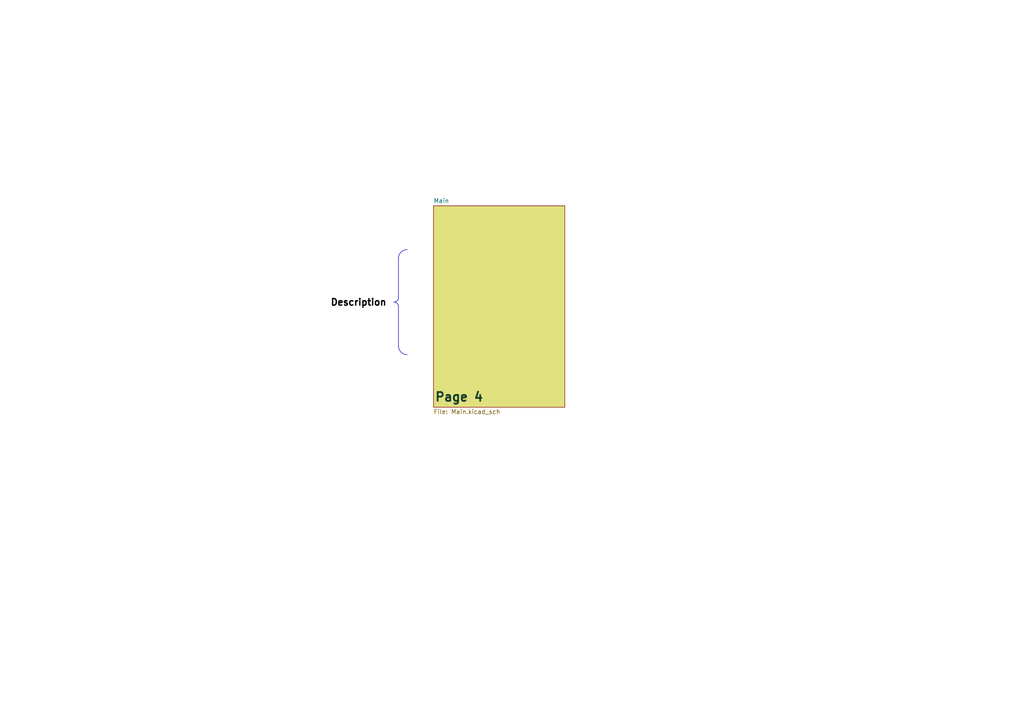
<source format=kicad_sch>
(kicad_sch
	(version 20250114)
	(generator "eeschema")
	(generator_version "9.0")
	(uuid "d5742f03-3b1a-42e5-a384-018bd4b919aa")
	(paper "A4")
	(title_block
		(title "Power-Management")
		(date "2025-07-13")
		(rev "${REVISION}")
		(company "${COMPANY}")
	)
	(lib_symbols)
	(arc
		(start 115.57 74.93)
		(mid 116.3139 73.1339)
		(end 118.11 72.39)
		(stroke
			(width 0)
			(type default)
		)
		(fill
			(type none)
		)
		(uuid 1f986cde-39dc-4256-b7ab-1b87b0450a5a)
	)
	(arc
		(start 118.11 102.87)
		(mid 116.3198 102.1202)
		(end 115.57 100.33)
		(stroke
			(width 0)
			(type default)
		)
		(fill
			(type none)
		)
		(uuid 475eac8c-bcd6-4178-93e0-d59cefc80fd7)
	)
	(arc
		(start 114.3 87.63)
		(mid 115.1951 88.0049)
		(end 115.57 88.9)
		(stroke
			(width 0)
			(type default)
		)
		(fill
			(type none)
		)
		(uuid 602f2a6b-d9f6-47eb-afd4-baba9ea1f008)
	)
	(arc
		(start 115.57 86.36)
		(mid 115.1951 87.2551)
		(end 114.3 87.63)
		(stroke
			(width 0)
			(type default)
		)
		(fill
			(type none)
		)
		(uuid 9aef0ffd-70f2-4f9f-a053-c0f003eead1b)
	)
	(text "Page 4"
		(exclude_from_sim no)
		(at 140.335 116.84 0)
		(effects
			(font
				(size 2.54 2.54)
				(bold yes)
				(color 20 60 40 1)
			)
			(justify right bottom)
			(href "#4")
		)
		(uuid "edcfc842-3b0d-4b1a-9bde-92f723be0a77")
	)
	(text_box "Description"
		(exclude_from_sim no)
		(at 96.52 85.09 0)
		(size 17.145 5.08)
		(margins 1.4287 1.4287 1.4287 1.4287)
		(stroke
			(width -0.0001)
			(type default)
		)
		(fill
			(type none)
		)
		(effects
			(font
				(size 1.905 1.905)
				(thickness 0.381)
				(bold yes)
				(color 0 0 0 1)
			)
			(justify right top)
		)
		(uuid "6bf16732-08a7-4c2f-8e49-2d3ac9ac6ce3")
	)
	(polyline
		(pts
			(xy 115.57 88.9) (xy 115.57 100.33)
		)
		(stroke
			(width 0)
			(type default)
		)
		(uuid "e2ec56b3-fcbc-418e-ba82-c5d7af6b18ba")
	)
	(polyline
		(pts
			(xy 115.57 86.36) (xy 115.57 74.93)
		)
		(stroke
			(width 0)
			(type default)
		)
		(uuid "efee73f9-8b99-4dd0-a783-7dbc49dacb47")
	)
	(sheet
		(at 125.73 59.69)
		(size 38.1 58.42)
		(exclude_from_sim no)
		(in_bom yes)
		(on_board yes)
		(dnp no)
		(fields_autoplaced yes)
		(stroke
			(width 0.1524)
			(type solid)
		)
		(fill
			(color 194 194 0 0.5000)
		)
		(uuid "82af773f-8c39-43b9-baa2-3658da6c8bb2")
		(property "Sheetname" "Main"
			(at 125.73 58.9784 0)
			(effects
				(font
					(size 1.27 1.27)
				)
				(justify left bottom)
			)
		)
		(property "Sheetfile" "Main.kicad_sch"
			(at 125.73 118.6946 0)
			(effects
				(font
					(size 1.27 1.27)
				)
				(justify left top)
			)
		)
		(instances
			(project ""
				(path "/c5103ceb-5325-4a84-a025-9638a412984e"
					(page "#")
				)
			)
			(project "ZSWatch-Dock"
				(path "/d5742f03-3b1a-42e5-a384-018bd4b919aa/c5103ceb-5325-4a84-a025-9638a412984e"
					(page "4")
				)
			)
		)
	)
)

</source>
